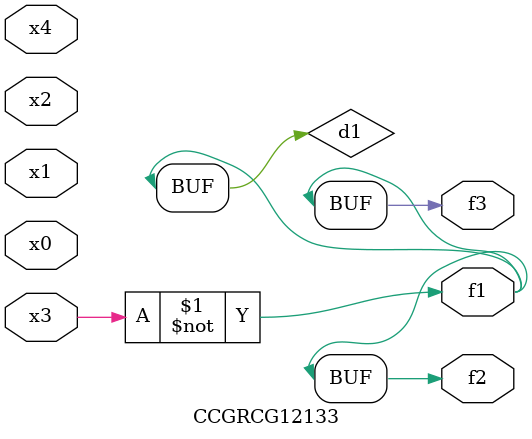
<source format=v>
module CCGRCG12133(
	input x0, x1, x2, x3, x4,
	output f1, f2, f3
);

	wire d1, d2;

	xnor (d1, x3);
	not (d2, x1);
	assign f1 = d1;
	assign f2 = d1;
	assign f3 = d1;
endmodule

</source>
